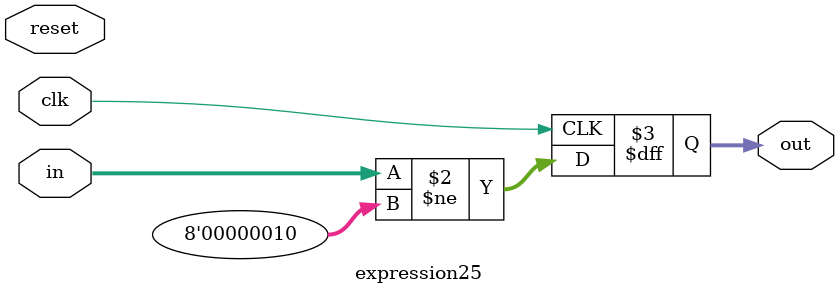
<source format=v>
module expression25
  #(parameter integer WIDTH = 8)
  (input wire             reset,
   input wire             clk,
   input wire [WIDTH-1:0] in,
   output reg [WIDTH-1:0] out);

   always @(posedge clk) out <= in != 2;

endmodule

</source>
